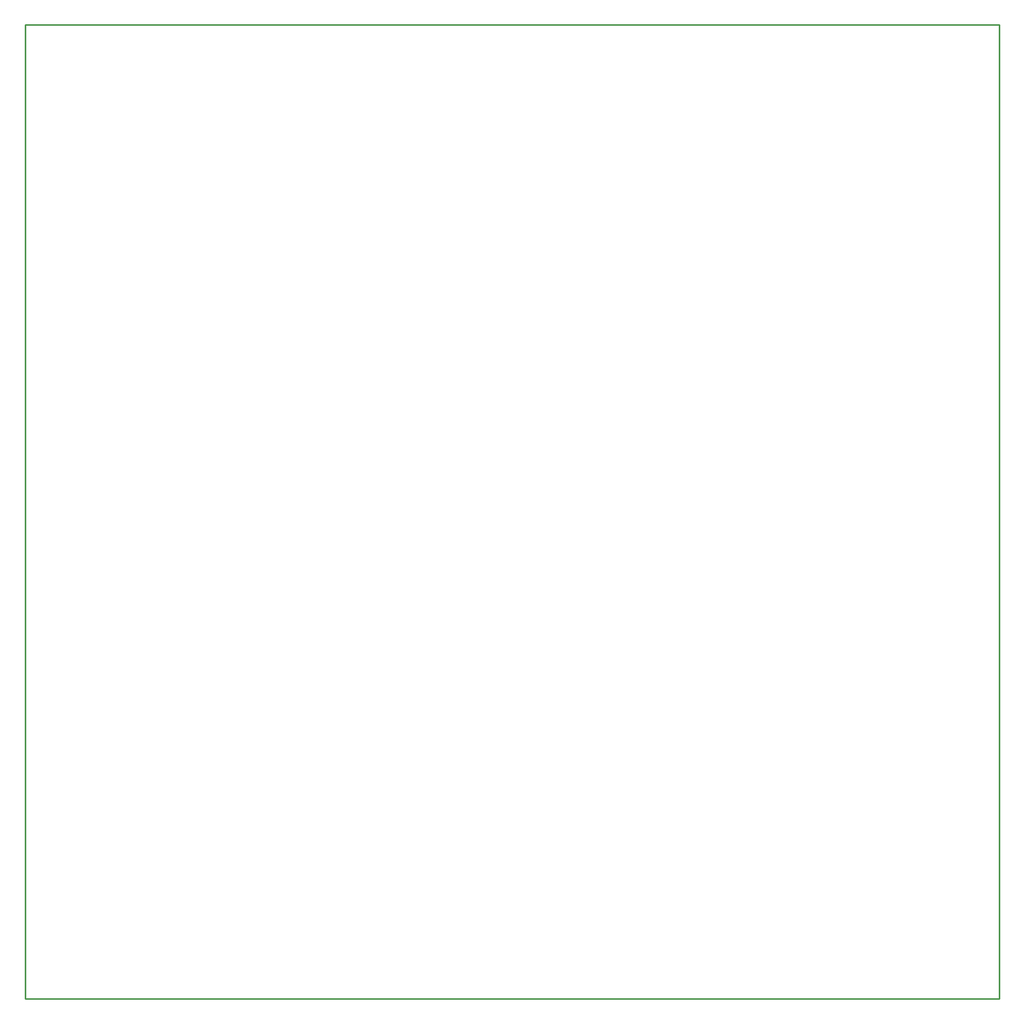
<source format=gko>
G04 Layer: BoardOutline*
G04 EasyEDA v6.4.25, 2022-01-10T22:55:27+01:00*
G04 c91b8ae12e7f4fe5aead1a40e666ea9d,bb3cfcbffc6840158e79d7648404357e,10*
G04 Gerber Generator version 0.2*
G04 Scale: 100 percent, Rotated: No, Reflected: No *
G04 Dimensions in millimeters *
G04 leading zeros omitted , absolute positions ,4 integer and 5 decimal *
%FSLAX45Y45*%
%MOMM*%

%ADD10C,0.2540*%
D10*
X0Y16000001D02*
G01*
X16000001Y16000001D01*
X16000001Y0D01*
X0Y0D01*
X0Y16000001D01*

%LPD*%
M02*

</source>
